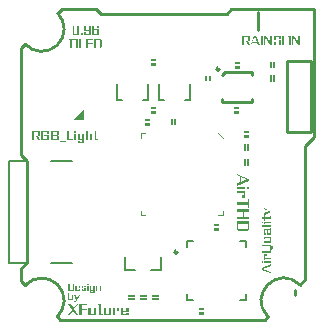
<source format=gto>
G04*
G04 #@! TF.GenerationSoftware,Altium Limited,Altium Designer,21.0.8 (223)*
G04*
G04 Layer_Color=16777215*
%FSLAX25Y25*%
%MOIN*%
G70*
G04*
G04 #@! TF.SameCoordinates,482E8025-2E78-4A05-A4F1-2824EEF061A7*
G04*
G04*
G04 #@! TF.FilePolarity,Positive*
G04*
G01*
G75*
%ADD10C,0.01000*%
%ADD11C,0.00984*%
%ADD12C,0.00800*%
%ADD13C,0.00394*%
%ADD14C,0.00600*%
%ADD15C,0.00100*%
%ADD16C,0.00787*%
%ADD17C,0.00200*%
G36*
X46150Y88100D02*
X44850D01*
X44850Y88450D01*
X46150D01*
Y88100D01*
D02*
G37*
G36*
X74150Y87100D02*
X72850D01*
Y87450D01*
X74150D01*
X74150Y87100D01*
D02*
G37*
G36*
X46150Y86900D02*
Y86550D01*
X44850D01*
Y86900D01*
X46150Y86900D01*
D02*
G37*
G36*
X84700Y85600D02*
X84350D01*
X84350Y87400D01*
X84700D01*
Y85600D01*
D02*
G37*
G36*
X85650D02*
X85300Y85600D01*
X85300Y87400D01*
X85650Y87400D01*
Y85600D01*
D02*
G37*
G36*
X74150Y85550D02*
X72850Y85550D01*
X72850Y85900D01*
X74150D01*
X74150Y85550D01*
D02*
G37*
G36*
X64450Y81350D02*
X64100D01*
Y82650D01*
X64450D01*
Y81350D01*
D02*
G37*
G36*
X62900Y82650D02*
Y81350D01*
X62550Y81350D01*
Y82650D01*
X62900Y82650D01*
D02*
G37*
G36*
X84700Y81100D02*
X84350D01*
X84350Y82900D01*
X84700D01*
Y81100D01*
D02*
G37*
G36*
X85650D02*
X85300Y81100D01*
X85300Y82900D01*
X85650Y82900D01*
Y81100D01*
D02*
G37*
G36*
X73650Y72100D02*
X72350Y72100D01*
Y72450D01*
X73650D01*
X73650Y72100D01*
D02*
G37*
G36*
X46150Y72100D02*
X44850Y72100D01*
Y72450D01*
X46150D01*
Y72100D01*
D02*
G37*
G36*
X73650Y70900D02*
X73650Y70550D01*
X72350D01*
Y70900D01*
X73650Y70900D01*
D02*
G37*
G36*
X46150Y70550D02*
X44850Y70550D01*
X44850Y70900D01*
X46150D01*
X46150Y70550D01*
D02*
G37*
G36*
X22000Y68500D02*
X19000D01*
X22000Y71500D01*
X22000Y68500D01*
D02*
G37*
G36*
X44150Y68100D02*
X42850D01*
Y68450D01*
X44150D01*
Y68100D01*
D02*
G37*
G36*
X52650Y66600D02*
X52300Y66600D01*
Y68400D01*
X52650Y68400D01*
Y66600D01*
D02*
G37*
G36*
X51700Y66600D02*
X51350Y66600D01*
Y68400D01*
X51700D01*
X51700Y66600D01*
D02*
G37*
G36*
X44150Y66550D02*
X42850D01*
X42850Y66900D01*
X44150D01*
X44150Y66550D01*
D02*
G37*
G36*
X77150Y64100D02*
X75850D01*
X75850Y64450D01*
X77150D01*
X77150Y64100D01*
D02*
G37*
G36*
X77150Y62550D02*
X75850D01*
Y62900D01*
X77150D01*
Y62550D01*
D02*
G37*
G36*
Y58100D02*
X76800Y58100D01*
Y59900D01*
X77150Y59900D01*
Y58100D01*
D02*
G37*
G36*
X76200Y59900D02*
Y58100D01*
X75850Y58100D01*
Y59900D01*
X76200Y59900D01*
D02*
G37*
G36*
X77150Y53100D02*
X76800Y53100D01*
Y54900D01*
X77150Y54900D01*
Y53100D01*
D02*
G37*
G36*
X76200Y54900D02*
Y53100D01*
X75850Y53100D01*
Y54900D01*
X76200Y54900D01*
D02*
G37*
G36*
X67150Y33100D02*
X65850D01*
X65850Y33450D01*
X67150Y33450D01*
X67150Y33100D01*
D02*
G37*
G36*
X67150Y31550D02*
X65850Y31550D01*
Y31900D01*
X67150D01*
X67150Y31550D01*
D02*
G37*
G36*
X46900Y9300D02*
X45100Y9300D01*
X45100Y9650D01*
X46900D01*
Y9300D01*
D02*
G37*
G36*
X38900Y9650D02*
Y9300D01*
X37100D01*
X37100Y9650D01*
X38900Y9650D01*
D02*
G37*
G36*
X42900Y9300D02*
X41100D01*
X41100Y9650D01*
X42900D01*
X42900Y9300D01*
D02*
G37*
G36*
X46900Y8350D02*
X45100D01*
X45100Y8700D01*
X46900D01*
Y8350D01*
D02*
G37*
G36*
X42900Y8350D02*
X41100D01*
Y8700D01*
X42900Y8700D01*
X42900Y8350D01*
D02*
G37*
G36*
X38900D02*
X37100D01*
Y8700D01*
X38900D01*
X38900Y8350D01*
D02*
G37*
G36*
X62150Y5100D02*
X60850D01*
Y5450D01*
X62150D01*
Y5100D01*
D02*
G37*
G36*
Y3550D02*
X60850D01*
X60850Y3900D01*
X62150D01*
X62150Y3550D01*
D02*
G37*
G36*
X77074Y48537D02*
X77231Y48677D01*
Y47715D01*
X73500Y46181D01*
Y47021D01*
X74456Y47417D01*
Y49306D01*
X73500Y49697D01*
Y50000D01*
X77074Y48537D01*
D02*
G37*
G36*
X77231Y44998D02*
X76590D01*
Y45750D01*
X77231D01*
Y44998D01*
D02*
G37*
G36*
X76112D02*
X73500D01*
Y45750D01*
X75919D01*
X76112Y45855D01*
Y44998D01*
D02*
G37*
G36*
Y42205D02*
X75109D01*
Y42957D01*
X75849D01*
Y43575D01*
X73500D01*
Y44327D01*
X75919D01*
X76112Y44427D01*
Y42205D01*
D02*
G37*
G36*
X77231Y38608D02*
X76969D01*
Y39838D01*
X73500D01*
Y40625D01*
X76969D01*
Y41855D01*
X77231D01*
Y38608D01*
D02*
G37*
G36*
Y37477D02*
X75628D01*
Y35728D01*
X77039D01*
X77231Y35827D01*
Y34941D01*
X73500D01*
Y35728D01*
X75366D01*
Y37477D01*
X73500D01*
Y38264D01*
X77039D01*
X77231Y38363D01*
Y37477D01*
D02*
G37*
G36*
Y31653D02*
X76852Y30994D01*
X73873D01*
X73500Y31659D01*
Y34317D01*
X77039D01*
X77231Y34416D01*
Y31653D01*
D02*
G37*
G36*
X88022Y95162D02*
X87388D01*
Y95814D01*
X86286D01*
Y94769D01*
X88022D01*
Y93000D01*
X85647D01*
Y93932D01*
X85567Y94083D01*
X86286D01*
Y93208D01*
X87388D01*
Y94561D01*
X85647D01*
Y95871D01*
X85567Y96027D01*
X88022D01*
Y95162D01*
D02*
G37*
G36*
X94426Y93000D02*
X93750D01*
X91952Y95606D01*
Y93000D01*
X91730D01*
Y95871D01*
X91650Y96027D01*
X92425D01*
X93802Y94022D01*
Y95876D01*
X93721Y96027D01*
X94426D01*
Y93000D01*
D02*
G37*
G36*
X85141D02*
X84465D01*
X82667Y95606D01*
Y93000D01*
X82445D01*
Y95871D01*
X82365Y96027D01*
X83140D01*
X84517Y94022D01*
Y95876D01*
X84436Y96027D01*
X85141D01*
Y93000D01*
D02*
G37*
G36*
X91224D02*
X88528D01*
Y95876D01*
X88447Y96027D01*
X89166D01*
Y93208D01*
X90590D01*
Y95876D01*
X90510Y96027D01*
X91224D01*
Y93000D01*
D02*
G37*
G36*
X81929D02*
X81296D01*
Y95871D01*
X81211Y96027D01*
X81929D01*
Y93000D01*
D02*
G37*
G36*
X80984D02*
X80302D01*
X79981Y93776D01*
X78448D01*
X78131Y93000D01*
X77885D01*
X79072Y95899D01*
X78959Y96027D01*
X79739D01*
X80984Y93000D01*
D02*
G37*
G36*
X77578Y94291D02*
X76996D01*
X77814Y93000D01*
X77091D01*
X76268Y94291D01*
X75719D01*
Y93000D01*
X75080D01*
Y95871D01*
X75000Y96027D01*
X77578D01*
Y94291D01*
D02*
G37*
G36*
X27246Y98832D02*
X26636D01*
Y99314D01*
X25690D01*
Y98288D01*
X27246D01*
Y96500D01*
X25079D01*
Y99371D01*
X24999Y99527D01*
X27246D01*
Y98832D01*
D02*
G37*
G36*
X24569Y96500D02*
X22402D01*
Y97299D01*
X22322Y97456D01*
X23012D01*
Y96708D01*
X23958D01*
Y97881D01*
X22402D01*
Y99371D01*
X22322Y99527D01*
X24569D01*
Y96500D01*
D02*
G37*
G36*
X21896D02*
X21258D01*
Y97105D01*
X21896D01*
Y96500D01*
D02*
G37*
G36*
X20747D02*
X18580D01*
Y99371D01*
X18500Y99527D01*
X20747D01*
Y96500D01*
D02*
G37*
G36*
X19115Y5015D02*
X20513Y3000D01*
X19603D01*
X18615Y4437D01*
X17355Y3000D01*
X17000D01*
X18454Y4659D01*
X17278Y6374D01*
X17072Y6552D01*
X18055D01*
X18965Y5242D01*
X20114Y6552D01*
X20463D01*
X19115Y5015D01*
D02*
G37*
G36*
X34083Y4532D02*
X33367D01*
Y5237D01*
X32779D01*
Y3000D01*
X32063D01*
Y5303D01*
X31968Y5486D01*
X34083D01*
Y4532D01*
D02*
G37*
G36*
X31463Y3000D02*
X28921D01*
Y5303D01*
X28827Y5486D01*
X29637D01*
Y3244D01*
X30747D01*
Y5303D01*
X30653Y5486D01*
X31463D01*
Y3000D01*
D02*
G37*
G36*
X26374D02*
X23832D01*
Y5303D01*
X23738Y5486D01*
X24548D01*
Y3244D01*
X25658D01*
Y5303D01*
X25564Y5486D01*
X26374D01*
Y3000D01*
D02*
G37*
G36*
X37224Y4132D02*
X35393D01*
Y3244D01*
X36503D01*
Y3627D01*
X36408Y3810D01*
X37219D01*
Y3000D01*
X34677D01*
Y5303D01*
X34582Y5486D01*
X37224D01*
Y4132D01*
D02*
G37*
G36*
X27961Y5486D02*
X28577D01*
Y5237D01*
X27961D01*
Y3244D01*
X28577D01*
X28483Y3000D01*
X27240D01*
Y5237D01*
X26718D01*
Y5486D01*
X27240D01*
Y6369D01*
X27145Y6552D01*
X27961D01*
Y5486D01*
D02*
G37*
G36*
X23388Y6302D02*
X21618D01*
Y4987D01*
X23355D01*
Y4737D01*
X21618D01*
Y3000D01*
X20868D01*
Y6369D01*
X20774Y6552D01*
X23388D01*
Y6302D01*
D02*
G37*
G36*
X19752Y7500D02*
X19191D01*
X19129Y7667D01*
X19635D01*
X19850Y8104D01*
X19078Y9680D01*
X18969Y9800D01*
X19548D01*
X20112Y8628D01*
X20691Y9800D01*
X20880D01*
X19752Y7500D01*
D02*
G37*
G36*
X17531Y9800D02*
X18733D01*
Y8170D01*
X17062D01*
Y10379D01*
X17000Y10499D01*
X17531D01*
Y9800D01*
D02*
G37*
G36*
X19758Y63877D02*
X19147D01*
Y64398D01*
X19758D01*
Y63877D01*
D02*
G37*
G36*
X10780Y63489D02*
X10142D01*
Y64185D01*
X8722D01*
Y61578D01*
X10142D01*
Y62832D01*
X9172D01*
Y63045D01*
X10780D01*
Y61370D01*
X8084D01*
Y64241D01*
X8004Y64398D01*
X10780D01*
Y63489D01*
D02*
G37*
G36*
X26498D02*
X27023D01*
Y63276D01*
X26498D01*
Y61578D01*
X27023D01*
X26943Y61370D01*
X25883D01*
Y63276D01*
X25438D01*
Y63489D01*
X25883D01*
Y64241D01*
X25802Y64398D01*
X26498D01*
Y63489D01*
D02*
G37*
G36*
X23589D02*
X25150D01*
Y61370D01*
X24540D01*
Y63276D01*
X23589D01*
Y61370D01*
X22979D01*
Y64241D01*
X22898Y64398D01*
X23589D01*
Y63489D01*
D02*
G37*
G36*
X19758Y61370D02*
X19147D01*
Y63333D01*
X19062Y63489D01*
X19758D01*
Y61370D01*
D02*
G37*
G36*
X17407Y61578D02*
X18778D01*
X18698Y61370D01*
X16768D01*
Y64241D01*
X16688Y64398D01*
X17407D01*
Y61578D01*
D02*
G37*
G36*
X13926Y63191D02*
X13590Y62969D01*
X13982Y62752D01*
Y61370D01*
X11286D01*
Y64241D01*
X11206Y64398D01*
X13926D01*
Y63191D01*
D02*
G37*
G36*
X7578Y62662D02*
X6996D01*
X7814Y61370D01*
X7091D01*
X6268Y62662D01*
X5719D01*
Y61370D01*
X5080D01*
Y64241D01*
X5000Y64398D01*
X7578D01*
Y62662D01*
D02*
G37*
G36*
X22473Y60500D02*
X20302D01*
Y60978D01*
X20221Y61134D01*
X20912D01*
Y60713D01*
X21862D01*
Y61375D01*
X20302D01*
Y63333D01*
X20221Y63489D01*
X22473D01*
Y60500D01*
D02*
G37*
G36*
X16371Y60651D02*
X14384D01*
Y61115D01*
X16371D01*
Y60651D01*
D02*
G37*
G36*
X23901Y13099D02*
X23432D01*
Y13499D01*
X23901D01*
Y13099D01*
D02*
G37*
G36*
X23013Y12335D02*
X22540D01*
Y12637D01*
X22056D01*
Y12116D01*
X23013D01*
Y11170D01*
X21586D01*
Y11614D01*
X21524Y11730D01*
X22056D01*
Y11330D01*
X22540D01*
Y11956D01*
X21586D01*
Y12680D01*
X21524Y12800D01*
X23013D01*
Y12335D01*
D02*
G37*
G36*
X28051Y11170D02*
X27582D01*
Y12637D01*
X26850D01*
Y11170D01*
X26380D01*
Y12680D01*
X26318Y12800D01*
X28051D01*
Y11170D01*
D02*
G37*
G36*
X23901D02*
X23432D01*
Y12680D01*
X23366Y12800D01*
X23901D01*
Y11170D01*
D02*
G37*
G36*
X21197Y11912D02*
X19996D01*
Y11330D01*
X20724D01*
Y11581D01*
X20662Y11701D01*
X21193D01*
Y11170D01*
X19526D01*
Y12680D01*
X19464Y12800D01*
X21197D01*
Y11912D01*
D02*
G37*
G36*
X19137Y13263D02*
Y11403D01*
X18722Y11170D01*
X17062D01*
Y13379D01*
X17000Y13499D01*
X18725D01*
X19137Y13263D01*
D02*
G37*
G36*
X25991Y10500D02*
X24320D01*
Y10868D01*
X24258Y10988D01*
X24790D01*
Y10664D01*
X25521D01*
Y11173D01*
X24320D01*
Y12680D01*
X24258Y12800D01*
X25991D01*
Y10500D01*
D02*
G37*
G36*
X28393Y94720D02*
Y92303D01*
X27854Y92000D01*
X25697D01*
Y94871D01*
X25617Y95027D01*
X27859D01*
X28393Y94720D01*
D02*
G37*
G36*
X25286Y94814D02*
X23753D01*
Y93693D01*
X25238D01*
Y93480D01*
X23753D01*
Y92208D01*
X25366D01*
X25286Y92000D01*
X23114D01*
Y94871D01*
X23034Y95027D01*
X25286D01*
Y94814D01*
D02*
G37*
G36*
X21421Y92208D02*
X22793D01*
X22713Y92000D01*
X20783D01*
Y94871D01*
X20702Y95027D01*
X21421D01*
Y92208D01*
D02*
G37*
G36*
X20277Y92000D02*
X17580D01*
Y94871D01*
X17500Y95027D01*
X20277D01*
Y92000D01*
D02*
G37*
G36*
X85500Y37202D02*
Y36473D01*
X85282Y36393D01*
Y37051D01*
X84715Y37330D01*
X82667Y36327D01*
X82511Y36185D01*
Y36937D01*
X84034Y37670D01*
X82511Y38422D01*
Y38668D01*
X85500Y37202D01*
D02*
G37*
G36*
X84630Y36010D02*
Y34950D01*
X82723D01*
Y34506D01*
X82511D01*
Y34950D01*
X81759D01*
X81603Y34870D01*
Y35565D01*
X82511D01*
Y36090D01*
X82723D01*
Y35565D01*
X84422D01*
Y36090D01*
X84630Y36010D01*
D02*
G37*
G36*
X82123Y33569D02*
X81603D01*
Y34179D01*
X82123D01*
Y33569D01*
D02*
G37*
G36*
X84630D02*
X82667D01*
X82511Y33484D01*
Y34179D01*
X84630D01*
Y33569D01*
D02*
G37*
G36*
Y32387D02*
X81759D01*
X81603Y32306D01*
Y32997D01*
X84630D01*
Y32387D01*
D02*
G37*
G36*
Y31966D02*
Y29710D01*
X83532D01*
X83376Y29629D01*
Y31270D01*
X82723D01*
Y30320D01*
X83135D01*
Y29710D01*
X82667D01*
X82511Y29629D01*
Y31881D01*
X84422D01*
Y32051D01*
X84630Y31966D01*
D02*
G37*
G36*
Y27032D02*
X82667D01*
X82511Y26952D01*
Y27643D01*
X84422D01*
Y28589D01*
X82667D01*
X82511Y28508D01*
Y29199D01*
X84630D01*
Y27032D01*
D02*
G37*
G36*
Y25632D02*
X85500Y26323D01*
Y25514D01*
X84630Y24814D01*
Y23830D01*
X81759D01*
X81603Y23750D01*
Y26526D01*
X84630D01*
Y25632D01*
D02*
G37*
G36*
X83324Y22714D02*
X82723D01*
Y22212D01*
X84630D01*
Y21602D01*
X82667D01*
X82511Y21522D01*
Y23324D01*
X83324D01*
Y22714D01*
D02*
G37*
G36*
X82123Y20448D02*
X81603D01*
Y21058D01*
X82123D01*
Y20448D01*
D02*
G37*
G36*
X84630D02*
X82667D01*
X82511Y20363D01*
Y21058D01*
X84630D01*
Y20448D01*
D02*
G37*
G36*
Y19417D02*
X83854Y19095D01*
Y17563D01*
X84630Y17246D01*
Y17000D01*
X81730Y18187D01*
X81603Y18074D01*
Y18854D01*
X84630Y20098D01*
Y19417D01*
D02*
G37*
%LPC*%
G36*
X74718Y49201D02*
Y47522D01*
X76771Y48362D01*
X74718Y49201D01*
D02*
G37*
G36*
X76969Y33530D02*
X73756D01*
Y31781D01*
X76969D01*
Y33530D01*
D02*
G37*
G36*
X79214Y95653D02*
X78533Y93989D01*
X79896D01*
X79214Y95653D01*
D02*
G37*
G36*
X76944Y95814D02*
X75719D01*
Y94504D01*
X76944D01*
Y95814D01*
D02*
G37*
G36*
X26636Y98075D02*
X25690D01*
Y96708D01*
X26636D01*
Y98075D01*
D02*
G37*
G36*
X23958Y99314D02*
X23012D01*
Y98094D01*
X23958D01*
Y99314D01*
D02*
G37*
G36*
X20137D02*
X19191D01*
Y96708D01*
X20137D01*
Y99314D01*
D02*
G37*
G36*
X36508Y5237D02*
X35393D01*
Y4382D01*
X36508D01*
Y5237D01*
D02*
G37*
G36*
X18263Y9637D02*
X17531D01*
Y8330D01*
X18263D01*
Y9637D01*
D02*
G37*
G36*
X13287Y64185D02*
X11925D01*
Y63078D01*
X13287D01*
Y64185D01*
D02*
G37*
G36*
X13344Y62870D02*
X11925D01*
Y61578D01*
X13344D01*
Y62870D01*
D02*
G37*
G36*
X6944Y64185D02*
X5719D01*
Y62875D01*
X6944D01*
Y64185D01*
D02*
G37*
G36*
X21862Y63276D02*
X20912D01*
Y61583D01*
X21862D01*
Y63276D01*
D02*
G37*
G36*
X20727Y12637D02*
X19996D01*
Y12076D01*
X20727D01*
Y12637D01*
D02*
G37*
G36*
X18645Y13336D02*
X17553D01*
Y11330D01*
X18645D01*
Y13336D01*
D02*
G37*
G36*
X25521Y12637D02*
X24790D01*
Y11334D01*
X25521D01*
Y12637D01*
D02*
G37*
G36*
X27755Y94814D02*
X26336D01*
Y92208D01*
X27755D01*
Y94814D01*
D02*
G37*
G36*
X19638D02*
X18219D01*
Y92208D01*
X19638D01*
Y94814D01*
D02*
G37*
G36*
X84422Y31270D02*
X83589D01*
Y30320D01*
X84422D01*
Y31270D01*
D02*
G37*
G36*
Y25888D02*
X81815D01*
Y24469D01*
X84422D01*
Y25888D01*
D02*
G37*
G36*
X83641Y19010D02*
X81976Y18329D01*
X83641Y17648D01*
Y19010D01*
D02*
G37*
%LPD*%
D10*
X13500Y2500D02*
G03*
X2894Y13106I-5232J5374D01*
G01*
X94280Y13177D02*
G03*
X83623Y2621I-5303J-5303D01*
G01*
X2706Y93394D02*
G03*
X13649Y103649I5562J5031D01*
G01*
X80300Y98000D02*
Y104100D01*
X82602Y1500D02*
X83673Y2571D01*
X92651Y9651D02*
Y11548D01*
X94280Y13177D02*
X96000Y14898D01*
X14500Y1500D02*
X82602D01*
X69000Y103500D02*
X70000D01*
X71500Y105000D01*
X99000D01*
Y88000D02*
Y105000D01*
X13713Y2287D02*
Y2429D01*
Y2287D02*
X14500Y1500D01*
X2823Y13177D02*
X2964D01*
X1500Y14500D02*
X2823Y13177D01*
X1500Y92189D02*
X2706Y93394D01*
X1500Y92000D02*
Y92189D01*
X99000Y62500D02*
Y88000D01*
X96000Y14898D02*
Y59500D01*
X99000Y62500D01*
X68500Y103500D02*
X69000D01*
X28000D02*
X68500D01*
X26500Y105000D02*
X28000Y103500D01*
X15000Y105000D02*
X26500D01*
X13624Y103624D02*
X15000Y105000D01*
X3360Y20472D02*
Y54528D01*
X1500Y18612D02*
X3360Y20472D01*
X1500Y14500D02*
Y18612D01*
Y56388D02*
X3360Y54528D01*
X1500Y56388D02*
Y57500D01*
Y92000D01*
X68500Y83000D02*
X69499Y83999D01*
X78421D01*
X78501Y74079D02*
X78508Y75000D01*
X78501Y83079D02*
X78508Y84000D01*
X68501Y74079D02*
X68508Y75000D01*
X68501Y74079D02*
X78500Y74000D01*
X98000Y87622D02*
X98000Y64000D01*
X90126Y87622D02*
X98000D01*
X90126Y64000D02*
Y87622D01*
Y64000D02*
X98000D01*
D11*
X67492Y85000D02*
G03*
X67492Y85000I-492J0D01*
G01*
X53492Y24000D02*
G03*
X53492Y24000I-492J0D01*
G01*
D12*
X-2657Y20472D02*
Y54528D01*
X3360D01*
X11360Y54500D02*
X18360D01*
X-2657Y20472D02*
X3360D01*
X11360Y20500D02*
X18360D01*
D13*
X67205Y36220D02*
X68779D01*
Y37795D01*
X41221Y36220D02*
Y37795D01*
Y63779D02*
X42795D01*
X41221Y62205D02*
Y63779D01*
Y36220D02*
X42795D01*
X67205Y63779D02*
X68779Y62205D01*
D14*
X76350Y25815D02*
Y27850D01*
X74316Y8150D02*
X76350D01*
X56650Y27850D02*
X58684Y27850D01*
X56650Y8150D02*
X58684D01*
X76350D02*
Y10185D01*
X74316Y27850D02*
X76350D01*
X56650Y27850D02*
X56650Y25815D01*
X56650Y8150D02*
X56650Y10185D01*
D15*
X44850Y86550D02*
X46150D01*
X44850D02*
Y86900D01*
X46150Y86900D01*
Y86550D02*
Y86900D01*
X44850Y88450D02*
X44850Y88100D01*
X46150D01*
Y88450D01*
X44850D02*
X46150D01*
X44850Y72450D02*
X46150D01*
Y72100D02*
Y72450D01*
X44850Y72100D02*
X46150Y72100D01*
X44850Y72100D02*
Y72450D01*
X46150Y70900D02*
X46150Y70550D01*
X44850Y70900D02*
X46150D01*
X44850Y70550D02*
X44850Y70900D01*
X44850Y70550D02*
X46150Y70550D01*
X60850Y3550D02*
X62150D01*
X60850D02*
X60850Y3900D01*
X62150D01*
X62150Y3550D01*
X60850Y5100D02*
Y5450D01*
Y5100D02*
X62150D01*
Y5450D01*
X60850D02*
X62150D01*
X45100Y8700D02*
X45100Y8350D01*
X46900D02*
Y8700D01*
X45100D02*
X46900D01*
X45100Y8350D02*
X46900D01*
X45100Y9650D02*
X46900D01*
X45100Y9300D02*
X46900Y9300D01*
X45100Y9650D02*
X45100Y9300D01*
X46900Y9300D02*
Y9650D01*
X41100Y8350D02*
Y8700D01*
X42900Y8700D02*
X42900Y8350D01*
X41100Y8700D02*
X42900Y8700D01*
X41100Y8350D02*
X42900D01*
X41100Y9650D02*
X42900D01*
X41100Y9300D02*
X42900D01*
X41100Y9650D02*
X41100Y9300D01*
X42900D02*
X42900Y9650D01*
X75850Y64450D02*
X77150D01*
X77150Y64100D02*
X77150Y64450D01*
X75850Y64100D02*
X77150D01*
X75850Y64450D02*
X75850Y64100D01*
X77150Y62550D02*
Y62900D01*
X75850D02*
X77150D01*
X75850Y62550D02*
Y62900D01*
Y62550D02*
X77150D01*
X37100Y8350D02*
Y8700D01*
X38900D02*
X38900Y8350D01*
X37100Y8700D02*
X38900D01*
X37100Y8350D02*
X38900D01*
X37100Y9650D02*
X38900Y9650D01*
X37100Y9300D02*
X38900D01*
X37100D02*
X37100Y9650D01*
X38900Y9300D02*
Y9650D01*
X76800Y58100D02*
X77150Y58100D01*
X76800Y59900D02*
X77150Y59900D01*
X76800Y58100D02*
Y59900D01*
X77150Y58100D02*
Y59900D01*
X75850Y58100D02*
Y59900D01*
X76200Y58100D02*
Y59900D01*
X75850Y58100D02*
X76200Y58100D01*
X75850Y59900D02*
X76200Y59900D01*
X76800Y53100D02*
X77150Y53100D01*
X76800Y54900D02*
X77150Y54900D01*
X76800Y53100D02*
Y54900D01*
X77150Y53100D02*
Y54900D01*
X75850Y53100D02*
Y54900D01*
X76200Y53100D02*
Y54900D01*
X75850Y53100D02*
X76200Y53100D01*
X75850Y54900D02*
X76200Y54900D01*
X65850Y33450D02*
X67150Y33450D01*
X67150Y33100D02*
X67150Y33450D01*
X65850Y33100D02*
X67150D01*
X65850Y33450D02*
X65850Y33100D01*
X67150Y31550D02*
X67150Y31900D01*
X65850D02*
X67150D01*
X65850Y31550D02*
Y31900D01*
Y31550D02*
X67150Y31550D01*
X42850Y66550D02*
X44150D01*
X42850D02*
X42850Y66900D01*
X44150D01*
X44150Y66550D01*
X42850Y68100D02*
Y68450D01*
Y68100D02*
X44150D01*
Y68450D01*
X42850D02*
X44150D01*
X51350Y68400D02*
X51700D01*
X51350Y66600D02*
X51700Y66600D01*
X51700Y68400D02*
X51700Y66600D01*
X51350Y66600D02*
Y68400D01*
X52650Y66600D02*
Y68400D01*
X52300Y66600D02*
Y68400D01*
X52650Y68400D01*
X52300Y66600D02*
X52650Y66600D01*
X85300Y85600D02*
X85650Y85600D01*
X85300Y87400D02*
X85650Y87400D01*
X85300Y87400D02*
X85300Y85600D01*
X85650Y85600D02*
Y87400D01*
X84350D02*
X84350Y85600D01*
X84700D02*
Y87400D01*
X84350Y85600D02*
X84700D01*
X84350Y87400D02*
X84700D01*
X85300Y81100D02*
X85650Y81100D01*
X85300Y82900D02*
X85650Y82900D01*
X85300Y82900D02*
X85300Y81100D01*
X85650Y81100D02*
Y82900D01*
X84350D02*
X84350Y81100D01*
X84700D02*
Y82900D01*
X84350Y81100D02*
X84700D01*
X84350Y82900D02*
X84700D01*
X72850Y85550D02*
X74150Y85550D01*
X72850Y85550D02*
X72850Y85900D01*
X74150D01*
X74150Y85550D01*
X72850Y87100D02*
Y87450D01*
Y87100D02*
X74150D01*
X74150Y87450D01*
X72850D02*
X74150D01*
X72350Y70550D02*
X73650D01*
X72350D02*
Y70900D01*
X73650Y70900D01*
X73650Y70550D01*
X72350Y72100D02*
Y72450D01*
Y72100D02*
X73650Y72100D01*
X73650Y72450D02*
X73650Y72100D01*
X72350Y72450D02*
X73650D01*
X62550Y81350D02*
Y82650D01*
X62900Y82650D01*
Y81350D02*
Y82650D01*
X62550Y81350D02*
X62900Y81350D01*
X64100Y82650D02*
X64450D01*
X64100Y81350D02*
Y82650D01*
Y81350D02*
X64450D01*
Y82650D01*
D16*
X47284Y79886D02*
X47284Y74571D01*
X57717Y74571D02*
X57717Y79886D01*
X55945Y74571D02*
X57730D01*
X47284Y74571D02*
X49055Y74571D01*
X33283Y74571D02*
Y79886D01*
X43717Y74571D02*
Y79886D01*
X41945Y74571D02*
X43730D01*
X33283Y74571D02*
X35055Y74571D01*
X35898Y17957D02*
X39244D01*
X35898D02*
X35898Y22287D01*
X44756Y17957D02*
X48102D01*
X48102Y22287D01*
D17*
X22000Y68500D02*
Y71500D01*
X19000Y68500D02*
X22000Y71500D01*
X19000Y68500D02*
X22000D01*
M02*

</source>
